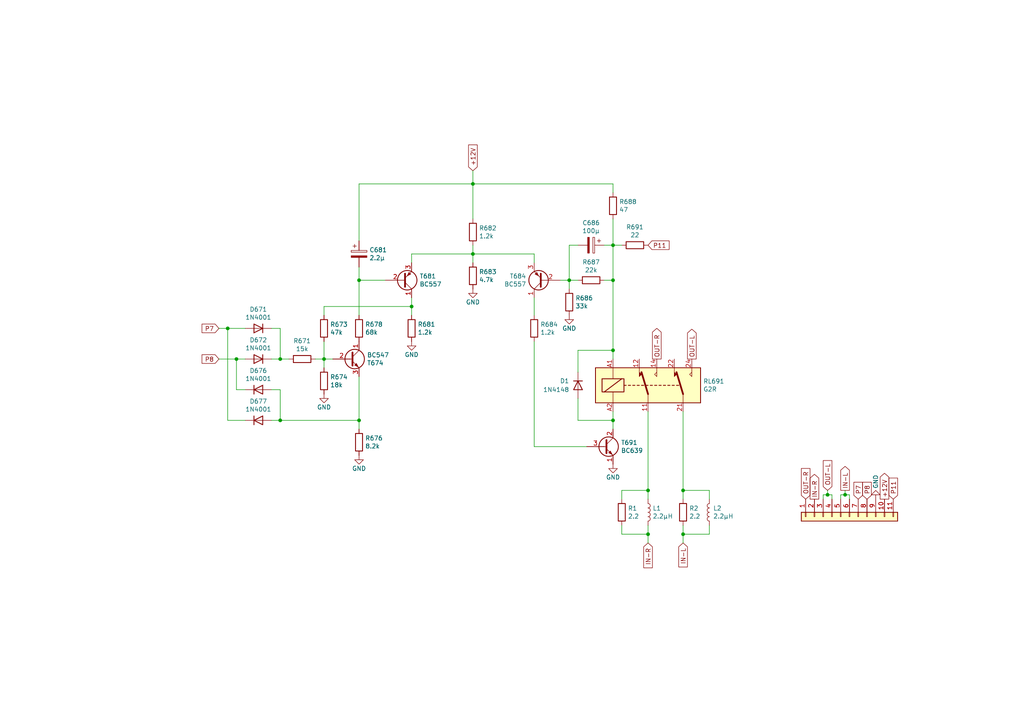
<source format=kicad_sch>
(kicad_sch (version 20230121) (generator eeschema)
  (paper "A4")
  (lib_symbols
    (symbol "Connector_Generic:Conn_01x11" (pin_names (offset 1.016) hide)
      (property "Reference" "J" (at 0 15.24 0))
      (property "Value" "Conn_01x11" (at 0 -15.24 0))
      (symbol "Conn_01x11_1_1"
        (rectangle (start -1.27 -12.573) (end 0 -12.827) (stroke (width 0.1524)))
        (rectangle (start -1.27 -10.033) (end 0 -10.287) (stroke (width 0.1524)))
        (rectangle (start -1.27 -7.493) (end 0 -7.747) (stroke (width 0.1524)))
        (rectangle (start -1.27 -4.953) (end 0 -5.207) (stroke (width 0.1524)))
        (rectangle (start -1.27 -2.413) (end 0 -2.667) (stroke (width 0.1524)))
        (rectangle (start -1.27 0.127) (end 0 -0.127) (stroke (width 0.1524)))
        (rectangle (start -1.27 2.667) (end 0 2.413) (stroke (width 0.1524)))
        (rectangle (start -1.27 5.207) (end 0 4.953) (stroke (width 0.1524)))
        (rectangle (start -1.27 7.747) (end 0 7.493) (stroke (width 0.1524)))
        (rectangle (start -1.27 10.287) (end 0 10.033) (stroke (width 0.1524)))
        (rectangle (start -1.27 12.827) (end 0 12.573) (stroke (width 0.1524)))
        (rectangle (start -1.27 13.97) (end 1.27 -13.97) (stroke (width 0.254)) (fill (type background)))
        (pin passive line (at -5.08 12.7 0) (length 3.81) (name "Pin_1") (number "1"))
        (pin passive line (at -5.08 -10.16 0) (length 3.81) (name "Pin_10") (number "10"))
        (pin passive line (at -5.08 -12.7 0) (length 3.81) (name "Pin_11") (number "11"))
        (pin passive line (at -5.08 10.16 0) (length 3.81) (name "Pin_2") (number "2"))
        (pin passive line (at -5.08 7.62 0) (length 3.81) (name "Pin_3") (number "3"))
        (pin passive line (at -5.08 5.08 0) (length 3.81) (name "Pin_4") (number "4"))
        (pin passive line (at -5.08 2.54 0) (length 3.81) (name "Pin_5") (number "5"))
        (pin passive line (at -5.08 0 0) (length 3.81) (name "Pin_6") (number "6"))
        (pin passive line (at -5.08 -2.54 0) (length 3.81) (name "Pin_7") (number "7"))
        (pin passive line (at -5.08 -5.08 0) (length 3.81) (name "Pin_8") (number "8"))
        (pin passive line (at -5.08 -7.62 0) (length 3.81) (name "Pin_9") (number "9"))
      )
    )
    (symbol "Device:C_Polarized" (pin_numbers hide) (pin_names (offset 0.254))
      (property "Reference" "C" (at 0.635 2.54 0))
      (property "Value" "C_Polarized" (at 0.635 -2.54 0))
      (symbol "C_Polarized_0_1"
        (rectangle (start -2.286 0.508) (end 2.286 1.016))
        (polyline (pts (xy -1.778 2.286) (xy -0.762 2.286)))
        (polyline (pts (xy -1.27 2.794) (xy -1.27 1.778)))
        (rectangle (start 2.286 -0.508) (end -2.286 -1.016) (fill (type outline)))
      )
      (symbol "C_Polarized_1_1"
        (pin passive line (at 0 3.81 270) (length 2.794) (name "~") (number "1"))
        (pin passive line (at 0 -3.81 90) (length 2.794) (name "~") (number "2"))
      )
    )
    (symbol "Device:L" (pin_numbers hide) (pin_names (offset 1.016) hide)
      (property "Reference" "L" (at -1.27 0 90))
      (property "Value" "L" (at 1.905 0 90))
      (symbol "L_0_1"
        (arc (start 0 -2.54) (mid 0.6323 -1.905) (end 0 -1.27))
        (arc (start 0 -1.27) (mid 0.6323 -0.635) (end 0 0))
        (arc (start 0 0) (mid 0.6323 0.635) (end 0 1.27))
        (arc (start 0 1.27) (mid 0.6323 1.905) (end 0 2.54))
      )
      (symbol "L_1_1"
        (pin passive line (at 0 3.81 270) (length 1.27) (name "1") (number "1"))
        (pin passive line (at 0 -3.81 90) (length 1.27) (name "2") (number "2"))
      )
    )
    (symbol "Device:R" (pin_numbers hide) (pin_names (offset 0))
      (property "Reference" "R" (at 2.032 0 90))
      (property "Value" "R" (at 0 0 90))
      (symbol "R_0_1"
        (rectangle (start -1.016 -2.54) (end 1.016 2.54) (stroke (width 0.254)))
      )
      (symbol "R_1_1"
        (pin passive line (at 0 3.81 270) (length 1.27) (name "~") (number "1"))
        (pin passive line (at 0 -3.81 90) (length 1.27) (name "~") (number "2"))
      )
    )
    (symbol "Diode:1N4001" (pin_numbers hide) (pin_names hide)
      (property "Reference" "D" (at 0 2.54 0))
      (property "Value" "1N4001" (at 0 -2.54 0))
      (symbol "1N4001_0_1"
        (polyline (pts (xy -1.27 1.27) (xy -1.27 -1.27)) (stroke (width 0.254)))
        (polyline (pts (xy 1.27 0) (xy -1.27 0)))
        (polyline (pts (xy 1.27 1.27) (xy 1.27 -1.27) (xy -1.27 0) (xy 1.27 1.27)) (stroke (width 0.254)))
      )
      (symbol "1N4001_1_1"
        (pin passive line (at -3.81 0 0) (length 2.54) (name "K") (number "1"))
        (pin passive line (at 3.81 0 180) (length 2.54) (name "A") (number "2"))
      )
    )
    (symbol "Relay:RTE2xxxx"
      (property "Reference" "K" (at 16.51 3.81 0))
      (property "Value" "RTE2xxxx" (at 16.51 1.27 0))
      (symbol "RTE2xxxx_0_1"
        (rectangle (start -15.24 5.08) (end 15.24 -5.08) (stroke (width 0.254)) (fill (type background)))
        (rectangle (start -13.335 1.905) (end -6.985 -1.905) (stroke (width 0.254)))
        (polyline (pts (xy -12.7 -1.905) (xy -7.62 1.905)) (stroke (width 0.254)))
        (polyline (pts (xy -10.16 -5.08) (xy -10.16 -1.905)))
        (polyline (pts (xy -10.16 5.08) (xy -10.16 1.905)))
        (polyline (pts (xy -6.985 0) (xy -6.35 0)) (stroke (width 0.254)))
        (polyline (pts (xy -5.715 0) (xy -5.08 0)) (stroke (width 0.254)))
        (polyline (pts (xy -4.445 0) (xy -3.81 0)) (stroke (width 0.254)))
        (polyline (pts (xy -3.175 0) (xy -2.54 0)) (stroke (width 0.254)))
        (polyline (pts (xy -1.905 0) (xy -1.27 0)) (stroke (width 0.254)))
        (polyline (pts (xy -0.635 0) (xy 0 0)) (stroke (width 0.254)))
        (polyline (pts (xy 0 -2.54) (xy -1.905 3.81)) (stroke (width 0.508)))
        (polyline (pts (xy 0 -2.54) (xy 0 -5.08)))
        (polyline (pts (xy 0.635 0) (xy 1.27 0)) (stroke (width 0.254)))
        (polyline (pts (xy 1.905 0) (xy 2.54 0)) (stroke (width 0.254)))
        (polyline (pts (xy 3.175 0) (xy 3.81 0)) (stroke (width 0.254)))
        (polyline (pts (xy 4.445 0) (xy 5.08 0)) (stroke (width 0.254)))
        (polyline (pts (xy 5.715 0) (xy 6.35 0)) (stroke (width 0.254)))
        (polyline (pts (xy 6.985 0) (xy 7.62 0)) (stroke (width 0.254)))
        (polyline (pts (xy 8.255 0) (xy 8.89 0)) (stroke (width 0.254)))
        (polyline (pts (xy 10.16 -2.54) (xy 8.255 3.81)) (stroke (width 0.508)))
        (polyline (pts (xy 10.16 -2.54) (xy 10.16 -5.08)))
        (polyline (pts (xy -2.54 5.08) (xy -2.54 2.54) (xy -1.905 3.175) (xy -2.54 3.81)) (fill (type outline)))
        (polyline (pts (xy 2.54 5.08) (xy 2.54 2.54) (xy 1.905 3.175) (xy 2.54 3.81)))
        (polyline (pts (xy 7.62 5.08) (xy 7.62 2.54) (xy 8.255 3.175) (xy 7.62 3.81)) (fill (type outline)))
        (polyline (pts (xy 12.7 5.08) (xy 12.7 2.54) (xy 12.065 3.175) (xy 12.7 3.81)))
      )
      (symbol "RTE2xxxx_1_1"
        (pin passive line (at 0 -7.62 90) (length 2.54) (name "~") (number "11"))
        (pin passive line (at -2.54 7.62 270) (length 2.54) (name "~") (number "12"))
        (pin passive line (at 2.54 7.62 270) (length 2.54) (name "~") (number "14"))
        (pin passive line (at 10.16 -7.62 90) (length 2.54) (name "~") (number "21"))
        (pin passive line (at 7.62 7.62 270) (length 2.54) (name "~") (number "22"))
        (pin passive line (at 12.7 7.62 270) (length 2.54) (name "~") (number "24"))
        (pin passive line (at -10.16 7.62 270) (length 2.54) (name "~") (number "A1"))
        (pin passive line (at -10.16 -7.62 90) (length 2.54) (name "~") (number "A2"))
      )
    )
    (symbol "Transistor_BJT:2SC1815" (pin_names (offset 0) hide)
      (property "Reference" "Q" (at 5.08 1.905 0))
      (property "Value" "2SC1815" (at 5.08 0 0))
      (symbol "2SC1815_0_1"
        (polyline (pts (xy 0 0) (xy 0.508 0)))
        (polyline (pts (xy 0.635 0.635) (xy 2.54 2.54)))
        (polyline (pts (xy 0.635 -0.635) (xy 2.54 -2.54) (xy 2.54 -2.54)))
        (polyline (pts (xy 0.635 1.905) (xy 0.635 -1.905) (xy 0.635 -1.905)) (stroke (width 0.508)))
        (polyline (pts (xy 1.27 -1.778) (xy 1.778 -1.27) (xy 2.286 -2.286) (xy 1.27 -1.778) (xy 1.27 -1.778)) (fill (type outline)))
        (circle (center 1.27 0) (radius 2.8194) (stroke (width 0.254)))
      )
      (symbol "2SC1815_1_1"
        (pin passive line (at 2.54 -5.08 90) (length 2.54) (name "E") (number "1"))
        (pin passive line (at 2.54 5.08 270) (length 2.54) (name "C") (number "2"))
        (pin input line (at -5.08 0 0) (length 5.08) (name "B") (number "3"))
      )
    )
    (symbol "Transistor_BJT:BC547" (pin_names (offset 0) hide)
      (property "Reference" "Q" (at 5.08 1.905 0))
      (property "Value" "BC547" (at 5.08 0 0))
      (symbol "BC547_0_1"
        (polyline (pts (xy 0 0) (xy 0.635 0)))
        (polyline (pts (xy 0.635 0.635) (xy 2.54 2.54)))
        (polyline (pts (xy 0.635 -0.635) (xy 2.54 -2.54) (xy 2.54 -2.54)))
        (polyline (pts (xy 0.635 1.905) (xy 0.635 -1.905) (xy 0.635 -1.905)) (stroke (width 0.508)))
        (polyline (pts (xy 1.27 -1.778) (xy 1.778 -1.27) (xy 2.286 -2.286) (xy 1.27 -1.778) (xy 1.27 -1.778)) (fill (type outline)))
        (circle (center 1.27 0) (radius 2.8194) (stroke (width 0.254)))
      )
      (symbol "BC547_1_1"
        (pin passive line (at 2.54 5.08 270) (length 2.54) (name "C") (number "1"))
        (pin input line (at -5.08 0 0) (length 5.08) (name "B") (number "2"))
        (pin passive line (at 2.54 -5.08 90) (length 2.54) (name "E") (number "3"))
      )
    )
    (symbol "Transistor_BJT:BC557" (pin_names (offset 0) hide)
      (property "Reference" "Q" (at 5.08 1.905 0))
      (property "Value" "BC557" (at 5.08 0 0))
      (symbol "BC557_0_1"
        (polyline (pts (xy 0.635 0.635) (xy 2.54 2.54)))
        (polyline (pts (xy 0.635 -0.635) (xy 2.54 -2.54) (xy 2.54 -2.54)))
        (polyline (pts (xy 0.635 1.905) (xy 0.635 -1.905) (xy 0.635 -1.905)) (stroke (width 0.508)))
        (polyline (pts (xy 2.286 -1.778) (xy 1.778 -2.286) (xy 1.27 -1.27) (xy 2.286 -1.778) (xy 2.286 -1.778)) (fill (type outline)))
        (circle (center 1.27 0) (radius 2.8194) (stroke (width 0.254)))
      )
      (symbol "BC557_1_1"
        (pin passive line (at 2.54 5.08 270) (length 2.54) (name "C") (number "1"))
        (pin input line (at -5.08 0 0) (length 5.715) (name "B") (number "2"))
        (pin passive line (at 2.54 -5.08 90) (length 2.54) (name "E") (number "3"))
      )
    )
    (symbol "power:GND" (power) (pin_names (offset 0))
      (property "Value" "GND" (at 0 -3.81 0))
      (symbol "GND_0_1"
        (polyline (pts (xy 0 0) (xy 0 -1.27) (xy 1.27 -1.27) (xy 0 -2.54) (xy -1.27 -1.27) (xy 0 -1.27)))
      )
      (symbol "GND_1_1"
        (pin power_in line (at 0 0 270) (length 0) hide (name "GND") (number "1"))
      )
    )
  )
  (junction (at 81.28 104.14))
  (junction (at 177.8 71.12))
  (junction (at 198.12 154.94))
  (junction (at 198.12 142.24))
  (junction (at 68.58 104.14))
  (junction (at 81.28 121.92))
  (junction (at 104.14 81.28))
  (junction (at 240.03 143.51))
  (junction (at 177.8 101.6))
  (junction (at 165.1 81.28))
  (junction (at 137.16 73.66))
  (junction (at 93.98 104.14))
  (junction (at 245.11 143.51))
  (junction (at 177.8 81.28))
  (junction (at 104.14 121.92))
  (junction (at 119.38 88.9))
  (junction (at 177.8 121.92))
  (junction (at 137.16 53.34))
  (junction (at 66.04 95.25))
  (junction (at 187.96 142.24))
  (junction (at 187.96 154.94))
  (wire (pts (xy 198.12 152.4) (xy 198.12 154.94)))
  (wire (pts (xy 91.44 104.14) (xy 93.98 104.14)))
  (wire (pts (xy 81.28 121.92) (xy 78.74 121.92)))
  (wire (pts (xy 177.8 81.28) (xy 175.26 81.28)))
  (wire (pts (xy 167.64 121.92) (xy 167.64 115.57)))
  (wire (pts (xy 154.94 73.66) (xy 154.94 76.2)))
  (wire (pts (xy 66.04 121.92) (xy 71.12 121.92)))
  (wire (pts (xy 93.98 104.14) (xy 96.52 104.14)))
  (wire (pts (xy 93.98 88.9) (xy 93.98 91.44)))
  (wire (pts (xy 119.38 86.36) (xy 119.38 88.9)))
  (wire (pts (xy 81.28 121.92) (xy 104.14 121.92)))
  (wire (pts (xy 93.98 106.68) (xy 93.98 104.14)))
  (wire (pts (xy 240.03 142.24) (xy 240.03 143.51)))
  (wire (pts (xy 243.84 143.51) (xy 245.11 143.51)))
  (wire (pts (xy 177.8 55.88) (xy 177.8 53.34)))
  (wire (pts (xy 137.16 49.53) (xy 137.16 53.34)))
  (wire (pts (xy 198.12 154.94) (xy 198.12 157.48)))
  (wire (pts (xy 240.03 143.51) (xy 241.3 143.51)))
  (wire (pts (xy 198.12 144.78) (xy 198.12 142.24)))
  (wire (pts (xy 205.74 154.94) (xy 205.74 152.4)))
  (wire (pts (xy 83.82 104.14) (xy 81.28 104.14)))
  (wire (pts (xy 187.96 142.24) (xy 187.96 144.78)))
  (wire (pts (xy 119.38 73.66) (xy 137.16 73.66)))
  (wire (pts (xy 165.1 83.82) (xy 165.1 81.28)))
  (wire (pts (xy 177.8 53.34) (xy 137.16 53.34)))
  (wire (pts (xy 177.8 119.38) (xy 177.8 121.92)))
  (wire (pts (xy 198.12 119.38) (xy 198.12 142.24)))
  (wire (pts (xy 63.5 95.25) (xy 66.04 95.25)))
  (wire (pts (xy 104.14 53.34) (xy 104.14 69.85)))
  (wire (pts (xy 104.14 91.44) (xy 104.14 81.28)))
  (wire (pts (xy 165.1 81.28) (xy 165.1 71.12)))
  (wire (pts (xy 245.11 142.24) (xy 245.11 143.51)))
  (wire (pts (xy 137.16 53.34) (xy 104.14 53.34)))
  (wire (pts (xy 93.98 99.06) (xy 93.98 104.14)))
  (wire (pts (xy 180.34 71.12) (xy 177.8 71.12)))
  (wire (pts (xy 154.94 129.54) (xy 170.18 129.54)))
  (wire (pts (xy 180.34 152.4) (xy 180.34 154.94)))
  (wire (pts (xy 177.8 63.5) (xy 177.8 71.12)))
  (wire (pts (xy 78.74 95.25) (xy 81.28 95.25)))
  (wire (pts (xy 165.1 81.28) (xy 167.64 81.28)))
  (wire (pts (xy 162.56 81.28) (xy 165.1 81.28)))
  (wire (pts (xy 68.58 104.14) (xy 68.58 113.03)))
  (wire (pts (xy 198.12 142.24) (xy 205.74 142.24)))
  (wire (pts (xy 187.96 119.38) (xy 187.96 142.24)))
  (wire (pts (xy 246.38 143.51) (xy 246.38 144.78)))
  (wire (pts (xy 154.94 99.06) (xy 154.94 129.54)))
  (wire (pts (xy 137.16 71.12) (xy 137.16 73.66)))
  (wire (pts (xy 154.94 86.36) (xy 154.94 91.44)))
  (wire (pts (xy 175.26 71.12) (xy 177.8 71.12)))
  (wire (pts (xy 78.74 113.03) (xy 81.28 113.03)))
  (wire (pts (xy 104.14 81.28) (xy 111.76 81.28)))
  (wire (pts (xy 243.84 144.78) (xy 243.84 143.51)))
  (wire (pts (xy 63.5 104.14) (xy 68.58 104.14)))
  (wire (pts (xy 187.96 154.94) (xy 187.96 152.4)))
  (wire (pts (xy 68.58 113.03) (xy 71.12 113.03)))
  (wire (pts (xy 104.14 77.47) (xy 104.14 81.28)))
  (wire (pts (xy 104.14 124.46) (xy 104.14 121.92)))
  (wire (pts (xy 165.1 71.12) (xy 167.64 71.12)))
  (wire (pts (xy 177.8 81.28) (xy 177.8 101.6)))
  (wire (pts (xy 167.64 101.6) (xy 167.64 107.95)))
  (wire (pts (xy 177.8 71.12) (xy 177.8 81.28)))
  (wire (pts (xy 119.38 88.9) (xy 93.98 88.9)))
  (wire (pts (xy 180.34 154.94) (xy 187.96 154.94)))
  (wire (pts (xy 137.16 73.66) (xy 137.16 76.2)))
  (wire (pts (xy 180.34 142.24) (xy 187.96 142.24)))
  (wire (pts (xy 238.76 143.51) (xy 240.03 143.51)))
  (wire (pts (xy 205.74 142.24) (xy 205.74 144.78)))
  (wire (pts (xy 245.11 143.51) (xy 246.38 143.51)))
  (wire (pts (xy 177.8 104.14) (xy 177.8 101.6)))
  (wire (pts (xy 198.12 154.94) (xy 205.74 154.94)))
  (wire (pts (xy 177.8 101.6) (xy 167.64 101.6)))
  (wire (pts (xy 71.12 104.14) (xy 68.58 104.14)))
  (wire (pts (xy 81.28 113.03) (xy 81.28 121.92)))
  (wire (pts (xy 187.96 154.94) (xy 187.96 157.48)))
  (wire (pts (xy 81.28 104.14) (xy 78.74 104.14)))
  (wire (pts (xy 177.8 121.92) (xy 167.64 121.92)))
  (wire (pts (xy 119.38 88.9) (xy 119.38 91.44)))
  (wire (pts (xy 66.04 95.25) (xy 66.04 121.92)))
  (wire (pts (xy 119.38 76.2) (xy 119.38 73.66)))
  (wire (pts (xy 137.16 53.34) (xy 137.16 63.5)))
  (wire (pts (xy 180.34 144.78) (xy 180.34 142.24)))
  (wire (pts (xy 238.76 144.78) (xy 238.76 143.51)))
  (wire (pts (xy 241.3 143.51) (xy 241.3 144.78)))
  (wire (pts (xy 137.16 73.66) (xy 154.94 73.66)))
  (wire (pts (xy 81.28 95.25) (xy 81.28 104.14)))
  (wire (pts (xy 177.8 121.92) (xy 177.8 124.46)))
  (wire (pts (xy 104.14 121.92) (xy 104.14 109.22)))
  (wire (pts (xy 71.12 95.25) (xy 66.04 95.25)))
  (global_label "IN-L" (shape output) (at 245.11 142.24 90) (property "Intersheetrefs" "${INTERSHEET_REFS}" (effects hide)))
  (global_label "+12V" (shape output) (at 256.54 144.78 90) (property "Intersheetrefs" "${INTERSHEET_REFS}" (effects hide)))
  (global_label "P11" (shape input) (at 187.96 71.12 0) (property "Intersheetrefs" "${INTERSHEET_REFS}" (effects hide)))
  (global_label "OUT-R" (shape input) (at 233.68 144.78 90) (property "Intersheetrefs" "${INTERSHEET_REFS}" (effects hide)))
  (global_label "P8" (shape input) (at 63.5 104.14 180) (property "Intersheetrefs" "${INTERSHEET_REFS}" (effects hide)))
  (global_label "IN-R" (shape input) (at 187.96 157.48 270) (property "Intersheetrefs" "${INTERSHEET_REFS}" (effects hide)))
  (global_label "P7" (shape input) (at 63.5 95.25 180) (property "Intersheetrefs" "${INTERSHEET_REFS}" (effects hide)))
  (global_label "P7" (shape input) (at 248.92 144.78 90) (property "Intersheetrefs" "${INTERSHEET_REFS}" (effects hide)))
  (global_label "IN-L" (shape input) (at 198.12 157.48 270) (property "Intersheetrefs" "${INTERSHEET_REFS}" (effects hide)))
  (global_label "OUT-L" (shape input) (at 240.03 142.24 90) (property "Intersheetrefs" "${INTERSHEET_REFS}" (effects hide)))
  (global_label "P11" (shape input) (at 259.08 144.78 90) (property "Intersheetrefs" "${INTERSHEET_REFS}" (effects hide)))
  (global_label "OUT-R" (shape output) (at 190.5 104.14 90) (property "Intersheetrefs" "${INTERSHEET_REFS}" (effects hide)))
  (global_label "IN-R" (shape output) (at 236.22 144.78 90) (property "Intersheetrefs" "${INTERSHEET_REFS}" (effects hide)))
  (global_label "+12V" (shape input) (at 137.16 49.53 90) (property "Intersheetrefs" "${INTERSHEET_REFS}" (effects hide)))
  (global_label "OUT-L" (shape output) (at 200.66 104.14 90) (property "Intersheetrefs" "${INTERSHEET_REFS}" (effects hide)))
  (global_label "P8" (shape input) (at 251.46 144.78 90) (property "Intersheetrefs" "${INTERSHEET_REFS}" (effects hide)))
  (symbol (lib_id "Transistor_BJT:BC547") (at 101.6 104.14 0) (unit 1)
    (property "Reference" "T674" (at 106.4514 105.283 0) (effects (justify left)))
    (property "Value" "BC547" (at 106.4514 102.9716 0) (effects (justify left)))
    (property "Footprint" "Package_TO_SOT_THT:TO-92_Wide" (effects hide))
    (property "Datasheet" "https://www.onsemi.com/pub/Collateral/BC550-D.pdf" (effects hide))
  )
  (symbol (lib_id "power:GND") (at 93.98 114.3 0) (unit 1)
    (property "Reference" "#PWR0116" (effects hide))
    (property "Value" "GND" (at 93.98 118.11 0))
  )
  (symbol (lib_id "Device:R") (at 87.63 104.14 90) (mirror x) (unit 1)
    (property "Reference" "R671" (at 87.63 98.8822 90))
    (property "Value" "15k" (at 87.63 101.1936 90))
    (property "Footprint" "Resistor_THT:R_Axial_DIN0207_L6.3mm_D2.5mm_P10.16mm_Horizontal" (effects hide))
  )
  (symbol (lib_id "Relay:RTE2xxxx") (at 187.96 111.76 0) (unit 1)
    (property "Reference" "RL691" (at 203.962 110.5916 0) (effects (justify left)))
    (property "Value" "G2R" (at 203.962 112.903 0) (effects (justify left)))
    (property "Footprint" "Relays_THT:Relay_DPDT_Schrack-RT2_RM5mm" (effects hide))
    (property "Datasheet" "https://omronfs.omron.com/en_US/ecb/products/pdf/en-g2rl.pdf" (effects hide))
  )
  (symbol (lib_id "Diode:1N4001") (at 74.93 113.03 0) (unit 1)
    (property "Reference" "D676" (at 74.93 107.5182 0))
    (property "Value" "1N4001" (at 74.93 109.8296 0))
    (property "Footprint" "Diode_THT:D_DO-41_SOD81_P10.16mm_Horizontal" (effects hide))
    (property "Datasheet" "http://www.vishay.com/docs/88503/1n4001.pdf" (effects hide))
  )
  (symbol (lib_id "Diode:1N4001") (at 74.93 121.92 0) (unit 1)
    (property "Reference" "D677" (at 74.93 116.4082 0))
    (property "Value" "1N4001" (at 74.93 118.7196 0))
    (property "Footprint" "Diode_THT:D_DO-41_SOD81_P10.16mm_Horizontal" (effects hide))
    (property "Datasheet" "http://www.vishay.com/docs/88503/1n4001.pdf" (effects hide))
  )
  (symbol (lib_id "Diode:1N4001") (at 74.93 104.14 180) (unit 1)
    (property "Reference" "D672" (at 74.93 98.6282 0))
    (property "Value" "1N4001" (at 74.93 100.9396 0))
    (property "Footprint" "Diode_THT:D_DO-41_SOD81_P10.16mm_Horizontal" (effects hide))
    (property "Datasheet" "http://www.vishay.com/docs/88503/1n4001.pdf" (effects hide))
  )
  (symbol (lib_id "Diode:1N4001") (at 74.93 95.25 180) (unit 1)
    (property "Reference" "D671" (at 74.93 89.7382 0))
    (property "Value" "1N4001" (at 74.93 92.0496 0))
    (property "Footprint" "Diode_THT:D_DO-41_SOD81_P10.16mm_Horizontal" (effects hide))
    (property "Datasheet" "http://www.vishay.com/docs/88503/1n4001.pdf" (effects hide))
  )
  (symbol (lib_id "Device:R") (at 104.14 95.25 0) (unit 1)
    (property "Reference" "R678" (at 105.918 94.0816 0) (effects (justify left)))
    (property "Value" "68k" (at 105.918 96.393 0) (effects (justify left)))
    (property "Footprint" "Resistor_THT:R_Axial_DIN0207_L6.3mm_D2.5mm_P10.16mm_Horizontal" (effects hide))
  )
  (symbol (lib_id "Device:R") (at 93.98 95.25 0) (mirror x) (unit 1)
    (property "Reference" "R673" (at 95.758 94.107 0) (effects (justify left)))
    (property "Value" "47k" (at 95.758 96.4184 0) (effects (justify left)))
    (property "Footprint" "Resistor_THT:R_Axial_DIN0207_L6.3mm_D2.5mm_P10.16mm_Horizontal" (effects hide))
  )
  (symbol (lib_id "Device:R") (at 104.14 128.27 0) (unit 1)
    (property "Reference" "R676" (at 105.918 127.1016 0) (effects (justify left)))
    (property "Value" "8.2k" (at 105.918 129.413 0) (effects (justify left)))
    (property "Footprint" "Resistor_THT:R_Axial_DIN0207_L6.3mm_D2.5mm_P10.16mm_Horizontal" (effects hide))
  )
  (symbol (lib_id "power:GND") (at 104.14 132.08 0) (unit 1)
    (property "Reference" "#PWR0101" (effects hide))
    (property "Value" "GND" (at 104.14 135.89 0))
  )
  (symbol (lib_id "Transistor_BJT:BC557") (at 116.84 81.28 0) (mirror x) (unit 1)
    (property "Reference" "T681" (at 121.6914 80.1116 0) (effects (justify left)))
    (property "Value" "BC557" (at 121.6914 82.423 0) (effects (justify left)))
    (property "Footprint" "Package_TO_SOT_THT:TO-92_Wide" (effects hide))
    (property "Datasheet" "https://www.onsemi.com/pub/Collateral/BC556BTA-D.pdf" (effects hide))
  )
  (symbol (lib_id "Device:R") (at 119.38 95.25 0) (unit 1)
    (property "Reference" "R681" (at 121.158 94.0816 0) (effects (justify left)))
    (property "Value" "1.2k" (at 121.158 96.393 0) (effects (justify left)))
    (property "Footprint" "Resistor_THT:R_Axial_DIN0207_L6.3mm_D2.5mm_P10.16mm_Horizontal" (effects hide))
  )
  (symbol (lib_id "power:GND") (at 119.38 99.06 0) (unit 1)
    (property "Reference" "#PWR0102" (effects hide))
    (property "Value" "GND" (at 119.38 102.87 0))
  )
  (symbol (lib_id "Device:C_Polarized") (at 104.14 73.66 0) (unit 1)
    (property "Reference" "C681" (at 107.1372 72.4916 0) (effects (justify left)))
    (property "Value" "2.2µ" (at 107.1372 74.803 0) (effects (justify left)))
    (property "Footprint" "Capacitor_THT:CP_Radial_D5.0mm_P2.50mm" (effects hide))
  )
  (symbol (lib_id "Device:R") (at 93.98 110.49 0) (mirror x) (unit 1)
    (property "Reference" "R674" (at 95.758 109.347 0) (effects (justify left)))
    (property "Value" "18k" (at 95.758 111.6584 0) (effects (justify left)))
    (property "Footprint" "Resistor_THT:R_Axial_DIN0207_L6.3mm_D2.5mm_P10.16mm_Horizontal" (effects hide))
  )
  (symbol (lib_id "Transistor_BJT:BC557") (at 157.48 81.28 180) (unit 1)
    (property "Reference" "T684" (at 152.6286 80.1116 0) (effects (justify left)))
    (property "Value" "BC557" (at 152.6286 82.423 0) (effects (justify left)))
    (property "Footprint" "Package_TO_SOT_THT:TO-92_Wide" (effects hide))
    (property "Datasheet" "https://www.onsemi.com/pub/Collateral/BC556BTA-D.pdf" (effects hide))
  )
  (symbol (lib_id "Device:R") (at 137.16 80.01 0) (unit 1)
    (property "Reference" "R683" (at 138.938 78.8416 0) (effects (justify left)))
    (property "Value" "4.7k" (at 138.938 81.153 0) (effects (justify left)))
    (property "Footprint" "Resistor_THT:R_Axial_DIN0207_L6.3mm_D2.5mm_P10.16mm_Horizontal" (effects hide))
  )
  (symbol (lib_id "Device:R") (at 137.16 67.31 0) (mirror x) (unit 1)
    (property "Reference" "R682" (at 138.938 66.167 0) (effects (justify left)))
    (property "Value" "1.2k" (at 138.938 68.4784 0) (effects (justify left)))
    (property "Footprint" "Resistor_THT:R_Axial_DIN0207_L6.3mm_D2.5mm_P10.16mm_Horizontal" (effects hide))
  )
  (symbol (lib_id "power:GND") (at 137.16 83.82 0) (unit 1)
    (property "Reference" "#PWR0104" (effects hide))
    (property "Value" "GND" (at 137.16 87.63 0))
  )
  (symbol (lib_id "Device:R") (at 154.94 95.25 0) (mirror x) (unit 1)
    (property "Reference" "R684" (at 156.718 94.107 0) (effects (justify left)))
    (property "Value" "1.2k" (at 156.718 96.4184 0) (effects (justify left)))
    (property "Footprint" "Resistor_THT:R_Axial_DIN0207_L6.3mm_D2.5mm_P10.16mm_Horizontal" (effects hide))
  )
  (symbol (lib_id "Device:R") (at 165.1 87.63 0) (unit 1)
    (property "Reference" "R686" (at 166.878 86.4616 0) (effects (justify left)))
    (property "Value" "33k" (at 166.878 88.773 0) (effects (justify left)))
    (property "Footprint" "Resistor_THT:R_Axial_DIN0207_L6.3mm_D2.5mm_P10.16mm_Horizontal" (effects hide))
  )
  (symbol (lib_id "power:GND") (at 165.1 91.44 0) (unit 1)
    (property "Reference" "#PWR0105" (effects hide))
    (property "Value" "GND" (at 165.1 95.25 0))
  )
  (symbol (lib_id "Device:R") (at 171.45 81.28 90) (mirror x) (unit 1)
    (property "Reference" "R687" (at 171.45 76.0222 90))
    (property "Value" "22k" (at 171.45 78.3336 90))
    (property "Footprint" "Resistor_THT:R_Axial_DIN0207_L6.3mm_D2.5mm_P10.16mm_Horizontal" (effects hide))
  )
  (symbol (lib_id "Device:C_Polarized") (at 171.45 71.12 270) (unit 1)
    (property "Reference" "C686" (at 171.45 64.643 90))
    (property "Value" "100µ" (at 171.45 66.9544 90))
    (property "Footprint" "Capacitor_THT:CP_Radial_D6.3mm_P2.50mm" (effects hide))
  )
  (symbol (lib_id "Device:R") (at 184.15 71.12 270) (unit 1)
    (property "Reference" "R691" (at 184.15 65.8622 90))
    (property "Value" "22" (at 184.15 68.1736 90))
    (property "Footprint" "Resistor_THT:R_Axial_DIN0207_L6.3mm_D2.5mm_P10.16mm_Horizontal" (effects hide))
  )
  (symbol (lib_id "Device:R") (at 177.8 59.69 0) (unit 1)
    (property "Reference" "R688" (at 179.578 58.5216 0) (effects (justify left)))
    (property "Value" "47" (at 179.578 60.833 0) (effects (justify left)))
    (property "Footprint" "Resistor_THT:R_Axial_DIN0207_L6.3mm_D2.5mm_P10.16mm_Horizontal" (effects hide))
  )
  (symbol (lib_id "Transistor_BJT:2SC1815") (at 175.26 129.54 0) (unit 1)
    (property "Reference" "T691" (at 180.1114 128.3716 0) (effects (justify left)))
    (property "Value" "BC639" (at 180.1114 130.683 0) (effects (justify left)))
    (property "Footprint" "Package_TO_SOT_THT:TO-92_Wide" (effects hide))
    (property "Datasheet" "https://media.digikey.com/pdf/Data%20Sheets/Toshiba%20PDFs/2SC1815.pdf" (effects hide))
  )
  (symbol (lib_id "Diode:1N4001") (at 167.64 111.76 270) (unit 1)
    (property "Reference" "D1" (at 165.1 110.49 90) (effects (justify right)))
    (property "Value" "1N4148" (at 165.1 113.03 90) (effects (justify right)))
    (property "Footprint" "Diode_THT:D_DO-35_SOD27_P7.62mm_Horizontal" (effects hide))
    (property "Datasheet" "http://www.vishay.com/docs/88503/1n4001.pdf" (effects hide))
  )
  (symbol (lib_id "power:GND") (at 177.8 134.62 0) (unit 1)
    (property "Reference" "#PWR0106" (effects hide))
    (property "Value" "GND" (at 177.8 138.43 0))
  )
  (symbol (lib_id "Device:L") (at 205.74 148.59 180) (unit 1)
    (property "Reference" "L2" (at 206.8322 147.4216 0) (effects (justify right)))
    (property "Value" "2.2µH" (at 206.8322 149.733 0) (effects (justify right)))
    (property "Footprint" "Inductor_THT:L_Radial_D8.7mm_P5.00mm_Fastron_07HCP" (effects hide))
  )
  (symbol (lib_id "Device:R") (at 198.12 148.59 0) (mirror x) (unit 1)
    (property "Reference" "R2" (at 199.898 147.447 0) (effects (justify left)))
    (property "Value" "2.2" (at 199.898 149.7584 0) (effects (justify left)))
    (property "Footprint" "Resistor_THT:R_Axial_DIN0516_L15.5mm_D5.0mm_P7.62mm_Vertical" (effects hide))
  )
  (symbol (lib_id "Device:L") (at 187.96 148.59 0) (unit 1)
    (property "Reference" "L1" (at 189.2808 147.4216 0) (effects (justify left)))
    (property "Value" "2.2µH" (at 189.2808 149.733 0) (effects (justify left)))
    (property "Footprint" "Inductor_THT:L_Radial_D8.7mm_P5.00mm_Fastron_07HCP" (effects hide))
  )
  (symbol (lib_id "Device:R") (at 180.34 148.59 0) (mirror x) (unit 1)
    (property "Reference" "R1" (at 182.118 147.447 0) (effects (justify left)))
    (property "Value" "2.2" (at 182.118 149.7584 0) (effects (justify left)))
    (property "Footprint" "Resistor_THT:R_Axial_DIN0516_L15.5mm_D5.0mm_P7.62mm_Vertical" (effects hide))
  )
  (symbol (lib_id "Connector_Generic:Conn_01x11") (at 246.38 149.86 90) (mirror x) (unit 1)
    (property "Reference" "J1" (effects hide))
    (property "Value" "Conn_01x13" (effects hide))
    (property "Footprint" "Relais-Modul:Connector_01x11_5mm" (effects hide))
  )
  (symbol (lib_id "power:GND") (at 254 144.78 180) (unit 1)
    (property "Reference" "#PWR01" (effects hide))
    (property "Value" "GND" (at 254 139.7 90))
  )
)
</source>
